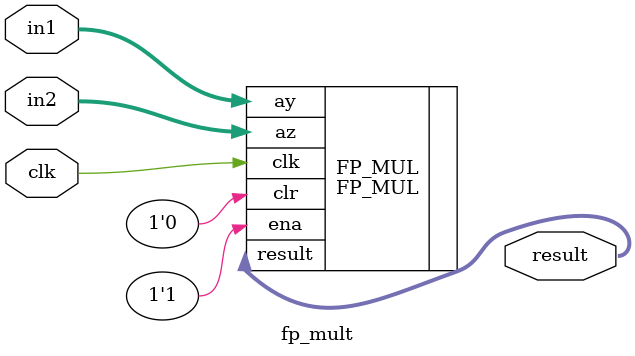
<source format=v>


module fp_mult
#(
	parameter DATA_WIDTH = 32
)
(
	input clk,
	input [DATA_WIDTH-1:0] in1,
	input [DATA_WIDTH-1:0] in2,
	output [DATA_WIDTH-1:0] result
);

	FP_MUL FP_MUL
	(
		.clk(clk),
		.ena(1'b1),
		.clr(1'b0),
		.ay(in1),
		.az(in2),
		.result(result)
	);

endmodule

</source>
